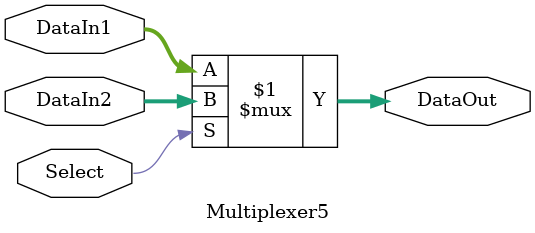
<source format=v>
`timescale 1ns / 1ps
module Multiplexer5(
	input Select,
	input[4:0] DataIn1,
	input[4:0] DataIn2,
	output[4:0] DataOut
);
	assign DataOut=	Select?DataIn2:DataIn1;
endmodule

</source>
